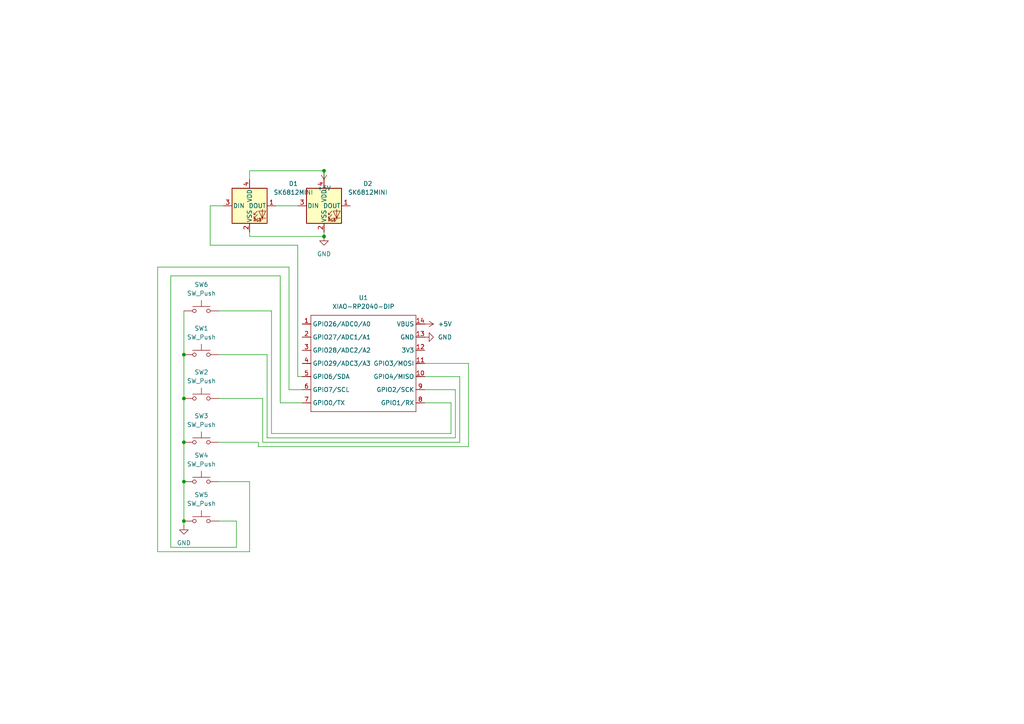
<source format=kicad_sch>
(kicad_sch (version 20250114) (generator "eeschema") (generator_version "9.0")
  (paper "A4")
  (lib_symbols
    (symbol "LED:SK6812MINI" (pin_names (offset 0.254))
      (property "Reference" "D" (at 5.08 5.715 0))
      (property "Value" "SK6812MINI" (at 1.27 -5.715 0))
      (symbol "SK6812MINI_0_0"
        (text "RGB" (at 2.286 -4.191 0) (effects (font (size 0.762 0.762))))
      )
      (symbol "SK6812MINI_0_1"
        (polyline (pts (xy 1.27 -2.54) (xy 1.778 -2.54)))
        (polyline (pts (xy 1.27 -3.556) (xy 1.778 -3.556)))
        (polyline (pts (xy 2.286 -1.524) (xy 1.27 -2.54) (xy 1.27 -2.032)))
        (polyline (pts (xy 2.286 -2.54) (xy 1.27 -3.556) (xy 1.27 -3.048)))
        (polyline (pts (xy 3.683 -1.016) (xy 3.683 -3.556) (xy 3.683 -4.064)))
        (polyline (pts (xy 4.699 -1.524) (xy 2.667 -1.524) (xy 3.683 -3.556) (xy 4.699 -1.524)))
        (polyline (pts (xy 4.699 -3.556) (xy 2.667 -3.556)))
        (rectangle (start 5.08 5.08) (end -5.08 -5.08) (stroke (width 0.254)) (fill (type background)))
      )
      (symbol "SK6812MINI_1_1"
        (pin input line (at -7.62 0 0) (length 2.54) (name "DIN") (number "3"))
        (pin power_in line (at 0 7.62 270) (length 2.54) (name "VDD") (number "4"))
        (pin power_in line (at 0 -7.62 90) (length 2.54) (name "VSS") (number "2"))
        (pin output line (at 7.62 0 180) (length 2.54) (name "DOUT") (number "1"))
      )
    )
    (symbol "OPL:XIAO-RP2040-DIP"
      (property "Reference" "U" (at 0 0 0))
      (property "Value" "XIAO-RP2040-DIP" (at 5.334 -1.778 0))
      (symbol "XIAO-RP2040-DIP_1_0"
        (polyline (pts (xy -1.27 -2.54) (xy 29.21 -2.54)) (stroke (width 0.1524)))
        (polyline (pts (xy -1.27 -5.08) (xy -2.54 -5.08)) (stroke (width 0.1524)))
        (polyline (pts (xy -1.27 -5.08) (xy -1.27 -2.54)) (stroke (width 0.1524)))
        (polyline (pts (xy -1.27 -8.89) (xy -2.54 -8.89)) (stroke (width 0.1524)))
        (polyline (pts (xy -1.27 -8.89) (xy -1.27 -5.08)) (stroke (width 0.1524)))
        (polyline (pts (xy -1.27 -12.7) (xy -2.54 -12.7)) (stroke (width 0.1524)))
        (polyline (pts (xy -1.27 -12.7) (xy -1.27 -8.89)) (stroke (width 0.1524)))
        (polyline (pts (xy -1.27 -16.51) (xy -2.54 -16.51)) (stroke (width 0.1524)))
        (polyline (pts (xy -1.27 -16.51) (xy -1.27 -12.7)) (stroke (width 0.1524)))
        (polyline (pts (xy -1.27 -20.32) (xy -2.54 -20.32)) (stroke (width 0.1524)))
        (polyline (pts (xy -1.27 -24.13) (xy -2.54 -24.13)) (stroke (width 0.1524)))
        (polyline (pts (xy -1.27 -27.94) (xy -2.54 -27.94)) (stroke (width 0.1524)))
        (polyline (pts (xy -1.27 -30.48) (xy -1.27 -16.51)) (stroke (width 0.1524)))
        (polyline (pts (xy 29.21 -2.54) (xy 29.21 -5.08)) (stroke (width 0.1524)))
        (polyline (pts (xy 29.21 -5.08) (xy 29.21 -8.89)) (stroke (width 0.1524)))
        (polyline (pts (xy 29.21 -8.89) (xy 29.21 -12.7)) (stroke (width 0.1524)))
        (polyline (pts (xy 29.21 -12.7) (xy 29.21 -30.48)) (stroke (width 0.1524)))
        (polyline (pts (xy 29.21 -30.48) (xy -1.27 -30.48)) (stroke (width 0.1524)))
        (polyline (pts (xy 30.48 -5.08) (xy 29.21 -5.08)) (stroke (width 0.1524)))
        (polyline (pts (xy 30.48 -8.89) (xy 29.21 -8.89)) (stroke (width 0.1524)))
        (polyline (pts (xy 30.48 -12.7) (xy 29.21 -12.7)) (stroke (width 0.1524)))
        (polyline (pts (xy 30.48 -16.51) (xy 29.21 -16.51)) (stroke (width 0.1524)))
        (polyline (pts (xy 30.48 -20.32) (xy 29.21 -20.32)) (stroke (width 0.1524)))
        (polyline (pts (xy 30.48 -24.13) (xy 29.21 -24.13)) (stroke (width 0.1524)))
        (polyline (pts (xy 30.48 -27.94) (xy 29.21 -27.94)) (stroke (width 0.1524)))
        (pin passive line (at -3.81 -5.08 0) (length 2.54) (name "GPIO26/ADC0/A0") (number "1"))
        (pin passive line (at -3.81 -8.89 0) (length 2.54) (name "GPIO27/ADC1/A1") (number "2"))
        (pin passive line (at -3.81 -12.7 0) (length 2.54) (name "GPIO28/ADC2/A2") (number "3"))
        (pin passive line (at -3.81 -16.51 0) (length 2.54) (name "GPIO29/ADC3/A3") (number "4"))
        (pin passive line (at -3.81 -20.32 0) (length 2.54) (name "GPIO6/SDA") (number "5"))
        (pin passive line (at -3.81 -24.13 0) (length 2.54) (name "GPIO7/SCL") (number "6"))
        (pin passive line (at -3.81 -27.94 0) (length 2.54) (name "GPIO0/TX") (number "7"))
        (pin passive line (at 31.75 -5.08 180) (length 2.54) (name "VBUS") (number "14"))
        (pin passive line (at 31.75 -8.89 180) (length 2.54) (name "GND") (number "13"))
        (pin passive line (at 31.75 -12.7 180) (length 2.54) (name "3V3") (number "12"))
        (pin passive line (at 31.75 -16.51 180) (length 2.54) (name "GPIO3/MOSI") (number "11"))
        (pin passive line (at 31.75 -20.32 180) (length 2.54) (name "GPIO4/MISO") (number "10"))
        (pin passive line (at 31.75 -24.13 180) (length 2.54) (name "GPIO2/SCK") (number "9"))
        (pin passive line (at 31.75 -27.94 180) (length 2.54) (name "GPIO1/RX") (number "8"))
      )
    )
    (symbol "Switch:SW_Push" (pin_numbers (hide yes)) (pin_names (offset 1.016) (hide yes))
      (property "Reference" "SW" (at 1.27 2.54 0))
      (property "Value" "SW_Push" (at 0 -1.524 0))
      (symbol "SW_Push_0_1"
        (circle (center -2.032 0) (radius 0.508))
        (polyline (pts (xy 0 1.27) (xy 0 3.048)))
        (circle (center 2.032 0) (radius 0.508))
        (polyline (pts (xy 2.54 1.27) (xy -2.54 1.27)))
        (pin passive line (at -5.08 0 0) (length 2.54) (name "1") (number "1"))
        (pin passive line (at 5.08 0 180) (length 2.54) (name "2") (number "2"))
      )
    )
    (symbol "power:+5V" (power) (pin_numbers (hide yes)) (pin_names (offset 0) (hide yes))
      (property "Value" "+5V" (at 0 3.556 0))
      (symbol "+5V_0_1"
        (polyline (pts (xy -0.762 1.27) (xy 0 2.54)))
        (polyline (pts (xy 0 2.54) (xy 0.762 1.27)))
        (polyline (pts (xy 0 0) (xy 0 2.54)))
      )
      (symbol "+5V_1_1"
        (pin power_in line (at 0 0 90) (length 0) (name "~") (number "1"))
      )
    )
    (symbol "power:GND" (power) (pin_numbers (hide yes)) (pin_names (offset 0) (hide yes))
      (property "Value" "GND" (at 0 -3.81 0))
      (symbol "GND_0_1"
        (polyline (pts (xy 0 0) (xy 0 -1.27) (xy 1.27 -1.27) (xy 0 -2.54) (xy -1.27 -1.27) (xy 0 -1.27)))
      )
      (symbol "GND_1_1"
        (pin power_in line (at 0 0 270) (length 0) (name "~") (number "1"))
      )
    )
  )
  (junction (at 53.34 151.13))
  (junction (at 53.34 128.27))
  (junction (at 53.34 115.57))
  (junction (at 93.98 68.58))
  (junction (at 53.34 102.87))
  (junction (at 93.98 49.53))
  (junction (at 53.34 139.7))
  (wire (pts (xy 132.08 113.03) (xy 123.19 113.03)))
  (wire (pts (xy 135.89 105.41) (xy 123.19 105.41)))
  (wire (pts (xy 63.5 128.27) (xy 74.93 128.27)))
  (wire (pts (xy 63.5 151.13) (xy 68.58 151.13)))
  (wire (pts (xy 72.39 67.31) (xy 72.39 68.58)))
  (wire (pts (xy 72.39 160.02) (xy 72.39 139.7)))
  (wire (pts (xy 83.82 77.47) (xy 45.72 77.47)))
  (wire (pts (xy 74.93 128.27) (xy 74.93 129.54)))
  (wire (pts (xy 81.28 116.84) (xy 87.63 116.84)))
  (wire (pts (xy 77.47 127) (xy 132.08 127)))
  (wire (pts (xy 68.58 158.75) (xy 49.53 158.75)))
  (wire (pts (xy 78.74 125.73) (xy 130.81 125.73)))
  (wire (pts (xy 132.08 127) (xy 132.08 113.03)))
  (wire (pts (xy 53.34 115.57) (xy 53.34 128.27)))
  (wire (pts (xy 72.39 52.07) (xy 72.39 49.53)))
  (wire (pts (xy 81.28 80.01) (xy 81.28 116.84)))
  (wire (pts (xy 53.34 90.17) (xy 53.34 102.87)))
  (wire (pts (xy 63.5 90.17) (xy 78.74 90.17)))
  (wire (pts (xy 63.5 115.57) (xy 76.2 115.57)))
  (wire (pts (xy 63.5 102.87) (xy 77.47 102.87)))
  (wire (pts (xy 74.93 129.54) (xy 135.89 129.54)))
  (wire (pts (xy 93.98 67.31) (xy 93.98 68.58)))
  (wire (pts (xy 135.89 129.54) (xy 135.89 105.41)))
  (wire (pts (xy 72.39 139.7) (xy 63.5 139.7)))
  (wire (pts (xy 45.72 77.47) (xy 45.72 160.02)))
  (wire (pts (xy 87.63 109.22) (xy 86.36 109.22)))
  (wire (pts (xy 72.39 49.53) (xy 93.98 49.53)))
  (wire (pts (xy 123.19 109.22) (xy 133.35 109.22)))
  (wire (pts (xy 53.34 128.27) (xy 53.34 139.7)))
  (wire (pts (xy 130.81 125.73) (xy 130.81 116.84)))
  (wire (pts (xy 49.53 80.01) (xy 81.28 80.01)))
  (wire (pts (xy 86.36 109.22) (xy 86.36 71.12)))
  (wire (pts (xy 133.35 109.22) (xy 133.35 128.27)))
  (wire (pts (xy 87.63 113.03) (xy 83.82 113.03)))
  (wire (pts (xy 68.58 151.13) (xy 68.58 158.75)))
  (wire (pts (xy 53.34 102.87) (xy 53.34 115.57)))
  (wire (pts (xy 72.39 68.58) (xy 93.98 68.58)))
  (wire (pts (xy 86.36 71.12) (xy 60.96 71.12)))
  (wire (pts (xy 60.96 71.12) (xy 60.96 59.69)))
  (wire (pts (xy 53.34 151.13) (xy 53.34 152.4)))
  (wire (pts (xy 45.72 160.02) (xy 72.39 160.02)))
  (wire (pts (xy 80.01 59.69) (xy 86.36 59.69)))
  (wire (pts (xy 76.2 128.27) (xy 133.35 128.27)))
  (wire (pts (xy 49.53 158.75) (xy 49.53 80.01)))
  (wire (pts (xy 78.74 90.17) (xy 78.74 125.73)))
  (wire (pts (xy 83.82 113.03) (xy 83.82 77.47)))
  (wire (pts (xy 53.34 139.7) (xy 53.34 151.13)))
  (wire (pts (xy 60.96 59.69) (xy 64.77 59.69)))
  (wire (pts (xy 93.98 49.53) (xy 93.98 52.07)))
  (wire (pts (xy 130.81 116.84) (xy 123.19 116.84)))
  (wire (pts (xy 76.2 115.57) (xy 76.2 128.27)))
  (wire (pts (xy 77.47 102.87) (xy 77.47 127)))
  (symbol (lib_id "LED:SK6812MINI") (at 72.39 59.69 0) (unit 1)
    (property "Reference" "D1" (at 85.09 53.2698 0))
    (property "Value" "SK6812MINI" (at 85.09 55.8098 0))
    (property "Footprint" "LED_SMD:LED_SK6812MINI_PLCC4_3.5x3.5mm_P1.75mm" (effects (hide yes)))
    (property "Datasheet" "https://cdn-shop.adafruit.com/product-files/2686/SK6812MINI_REV.01-1-2.pdf" (effects (hide yes)))
    (property "Description" "RGB LED with integrated controller" (effects (hide yes)))
  )
  (symbol (lib_id "Switch:SW_Push") (at 58.42 102.87 0) (unit 1)
    (property "Reference" "SW1" (at 58.42 95.25 0))
    (property "Value" "SW_Push" (at 58.42 97.79 0))
    (property "Footprint" "Button_Switch_Keyboard:SW_Cherry_MX_1.00u_PCB" (effects (hide yes)))
    (property "Description" "Push button switch, generic, two pins" (effects (hide yes)))
  )
  (symbol (lib_id "Switch:SW_Push") (at 58.42 139.7 0) (unit 1)
    (property "Reference" "SW4" (at 58.42 132.08 0))
    (property "Value" "SW_Push" (at 58.42 134.62 0))
    (property "Footprint" "Button_Switch_Keyboard:SW_Cherry_MX_1.00u_PCB" (effects (hide yes)))
    (property "Description" "Push button switch, generic, two pins" (effects (hide yes)))
  )
  (symbol (lib_id "Switch:SW_Push") (at 58.42 90.17 0) (unit 1)
    (property "Reference" "SW6" (at 58.42 82.55 0))
    (property "Value" "SW_Push" (at 58.42 85.09 0))
    (property "Footprint" "Button_Switch_Keyboard:SW_Cherry_MX_1.00u_PCB" (effects (hide yes)))
    (property "Description" "Push button switch, generic, two pins" (effects (hide yes)))
  )
  (symbol (lib_id "Switch:SW_Push") (at 58.42 128.27 0) (unit 1)
    (property "Reference" "SW3" (at 58.42 120.65 0))
    (property "Value" "SW_Push" (at 58.42 123.19 0))
    (property "Footprint" "Button_Switch_Keyboard:SW_Cherry_MX_1.00u_PCB" (effects (hide yes)))
    (property "Description" "Push button switch, generic, two pins" (effects (hide yes)))
  )
  (symbol (lib_id "OPL:XIAO-RP2040-DIP") (at 91.44 88.9 0) (unit 1)
    (property "Reference" "U1" (at 105.41 86.36 0))
    (property "Value" "XIAO-RP2040-DIP" (at 105.41 88.9 0))
    (property "Footprint" "OPL:XIAO-RP2040-DIP" (effects (hide yes)))
  )
  (symbol (lib_id "power:GND") (at 123.19 97.79 90) (unit 1)
    (property "Reference" "#PWR02" (effects (hide yes)))
    (property "Value" "GND" (at 127 97.7899 90) (effects (justify right)))
    (property "Description" "Power symbol creates a global label with name \"GND\" , ground" (effects (hide yes)))
  )
  (symbol (lib_id "power:+5V") (at 93.98 49.53 180) (unit 1)
    (property "Reference" "#PWR04" (effects (hide yes)))
    (property "Value" "+5V" (at 93.98 54.61 0))
    (property "Description" "Power symbol creates a global label with name \"+5V\"" (effects (hide yes)))
  )
  (symbol (lib_id "power:+5V") (at 123.19 93.98 270) (unit 1)
    (property "Reference" "#PWR05" (effects (hide yes)))
    (property "Value" "+5V" (at 127 93.9799 90) (effects (justify left)))
    (property "Description" "Power symbol creates a global label with name \"+5V\"" (effects (hide yes)))
  )
  (symbol (lib_id "power:GND") (at 53.34 152.4 0) (unit 1)
    (property "Reference" "#PWR01" (effects (hide yes)))
    (property "Value" "GND" (at 53.34 157.48 0))
    (property "Description" "Power symbol creates a global label with name \"GND\" , ground" (effects (hide yes)))
  )
  (symbol (lib_id "Switch:SW_Push") (at 58.42 115.57 0) (unit 1)
    (property "Reference" "SW2" (at 58.42 107.95 0))
    (property "Value" "SW_Push" (at 58.42 110.49 0))
    (property "Footprint" "Button_Switch_Keyboard:SW_Cherry_MX_1.00u_PCB" (effects (hide yes)))
    (property "Description" "Push button switch, generic, two pins" (effects (hide yes)))
  )
  (symbol (lib_id "power:GND") (at 93.98 68.58 0) (unit 1)
    (property "Reference" "#PWR03" (effects (hide yes)))
    (property "Value" "GND" (at 93.98 73.66 0))
    (property "Description" "Power symbol creates a global label with name \"GND\" , ground" (effects (hide yes)))
  )
  (symbol (lib_id "LED:SK6812MINI") (at 93.98 59.69 0) (unit 1)
    (property "Reference" "D2" (at 106.68 53.2698 0))
    (property "Value" "SK6812MINI" (at 106.68 55.8098 0))
    (property "Footprint" "LED_SMD:LED_SK6812MINI_PLCC4_3.5x3.5mm_P1.75mm" (effects (hide yes)))
    (property "Datasheet" "https://cdn-shop.adafruit.com/product-files/2686/SK6812MINI_REV.01-1-2.pdf" (effects (hide yes)))
    (property "Description" "RGB LED with integrated controller" (effects (hide yes)))
  )
  (symbol (lib_id "Switch:SW_Push") (at 58.42 151.13 0) (unit 1)
    (property "Reference" "SW5" (at 58.42 143.51 0))
    (property "Value" "SW_Push" (at 58.42 146.05 0))
    (property "Footprint" "Button_Switch_Keyboard:SW_Cherry_MX_1.00u_PCB" (effects (hide yes)))
    (property "Description" "Push button switch, generic, two pins" (effects (hide yes)))
  )
)
</source>
